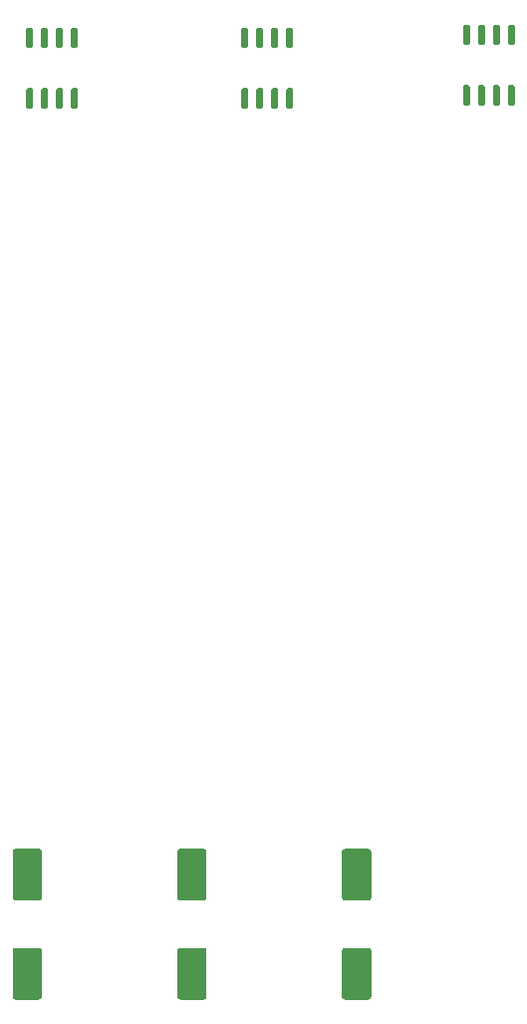
<source format=gbr>
%TF.GenerationSoftware,KiCad,Pcbnew,(5.1.9)-1*%
%TF.CreationDate,2021-04-29T12:36:39-05:00*%
%TF.ProjectId,controller_bldc,636f6e74-726f-46c6-9c65-725f626c6463,rev?*%
%TF.SameCoordinates,Original*%
%TF.FileFunction,Paste,Top*%
%TF.FilePolarity,Positive*%
%FSLAX46Y46*%
G04 Gerber Fmt 4.6, Leading zero omitted, Abs format (unit mm)*
G04 Created by KiCad (PCBNEW (5.1.9)-1) date 2021-04-29 12:36:39*
%MOMM*%
%LPD*%
G01*
G04 APERTURE LIST*
G04 APERTURE END LIST*
%TO.C,U4*%
G36*
G01*
X84999500Y-13404200D02*
X85299500Y-13404200D01*
G75*
G02*
X85449500Y-13554200I0J-150000D01*
G01*
X85449500Y-15004200D01*
G75*
G02*
X85299500Y-15154200I-150000J0D01*
G01*
X84999500Y-15154200D01*
G75*
G02*
X84849500Y-15004200I0J150000D01*
G01*
X84849500Y-13554200D01*
G75*
G02*
X84999500Y-13404200I150000J0D01*
G01*
G37*
G36*
G01*
X83729500Y-13404200D02*
X84029500Y-13404200D01*
G75*
G02*
X84179500Y-13554200I0J-150000D01*
G01*
X84179500Y-15004200D01*
G75*
G02*
X84029500Y-15154200I-150000J0D01*
G01*
X83729500Y-15154200D01*
G75*
G02*
X83579500Y-15004200I0J150000D01*
G01*
X83579500Y-13554200D01*
G75*
G02*
X83729500Y-13404200I150000J0D01*
G01*
G37*
G36*
G01*
X82459500Y-13404200D02*
X82759500Y-13404200D01*
G75*
G02*
X82909500Y-13554200I0J-150000D01*
G01*
X82909500Y-15004200D01*
G75*
G02*
X82759500Y-15154200I-150000J0D01*
G01*
X82459500Y-15154200D01*
G75*
G02*
X82309500Y-15004200I0J150000D01*
G01*
X82309500Y-13554200D01*
G75*
G02*
X82459500Y-13404200I150000J0D01*
G01*
G37*
G36*
G01*
X81189500Y-13404200D02*
X81489500Y-13404200D01*
G75*
G02*
X81639500Y-13554200I0J-150000D01*
G01*
X81639500Y-15004200D01*
G75*
G02*
X81489500Y-15154200I-150000J0D01*
G01*
X81189500Y-15154200D01*
G75*
G02*
X81039500Y-15004200I0J150000D01*
G01*
X81039500Y-13554200D01*
G75*
G02*
X81189500Y-13404200I150000J0D01*
G01*
G37*
G36*
G01*
X81189500Y-8254200D02*
X81489500Y-8254200D01*
G75*
G02*
X81639500Y-8404200I0J-150000D01*
G01*
X81639500Y-9854200D01*
G75*
G02*
X81489500Y-10004200I-150000J0D01*
G01*
X81189500Y-10004200D01*
G75*
G02*
X81039500Y-9854200I0J150000D01*
G01*
X81039500Y-8404200D01*
G75*
G02*
X81189500Y-8254200I150000J0D01*
G01*
G37*
G36*
G01*
X82459500Y-8254200D02*
X82759500Y-8254200D01*
G75*
G02*
X82909500Y-8404200I0J-150000D01*
G01*
X82909500Y-9854200D01*
G75*
G02*
X82759500Y-10004200I-150000J0D01*
G01*
X82459500Y-10004200D01*
G75*
G02*
X82309500Y-9854200I0J150000D01*
G01*
X82309500Y-8404200D01*
G75*
G02*
X82459500Y-8254200I150000J0D01*
G01*
G37*
G36*
G01*
X83729500Y-8254200D02*
X84029500Y-8254200D01*
G75*
G02*
X84179500Y-8404200I0J-150000D01*
G01*
X84179500Y-9854200D01*
G75*
G02*
X84029500Y-10004200I-150000J0D01*
G01*
X83729500Y-10004200D01*
G75*
G02*
X83579500Y-9854200I0J150000D01*
G01*
X83579500Y-8404200D01*
G75*
G02*
X83729500Y-8254200I150000J0D01*
G01*
G37*
G36*
G01*
X84999500Y-8254200D02*
X85299500Y-8254200D01*
G75*
G02*
X85449500Y-8404200I0J-150000D01*
G01*
X85449500Y-9854200D01*
G75*
G02*
X85299500Y-10004200I-150000J0D01*
G01*
X84999500Y-10004200D01*
G75*
G02*
X84849500Y-9854200I0J150000D01*
G01*
X84849500Y-8404200D01*
G75*
G02*
X84999500Y-8254200I150000J0D01*
G01*
G37*
%TD*%
%TO.C,U8*%
G36*
G01*
X47876500Y-8508200D02*
X48176500Y-8508200D01*
G75*
G02*
X48326500Y-8658200I0J-150000D01*
G01*
X48326500Y-10108200D01*
G75*
G02*
X48176500Y-10258200I-150000J0D01*
G01*
X47876500Y-10258200D01*
G75*
G02*
X47726500Y-10108200I0J150000D01*
G01*
X47726500Y-8658200D01*
G75*
G02*
X47876500Y-8508200I150000J0D01*
G01*
G37*
G36*
G01*
X46606500Y-8508200D02*
X46906500Y-8508200D01*
G75*
G02*
X47056500Y-8658200I0J-150000D01*
G01*
X47056500Y-10108200D01*
G75*
G02*
X46906500Y-10258200I-150000J0D01*
G01*
X46606500Y-10258200D01*
G75*
G02*
X46456500Y-10108200I0J150000D01*
G01*
X46456500Y-8658200D01*
G75*
G02*
X46606500Y-8508200I150000J0D01*
G01*
G37*
G36*
G01*
X45336500Y-8508200D02*
X45636500Y-8508200D01*
G75*
G02*
X45786500Y-8658200I0J-150000D01*
G01*
X45786500Y-10108200D01*
G75*
G02*
X45636500Y-10258200I-150000J0D01*
G01*
X45336500Y-10258200D01*
G75*
G02*
X45186500Y-10108200I0J150000D01*
G01*
X45186500Y-8658200D01*
G75*
G02*
X45336500Y-8508200I150000J0D01*
G01*
G37*
G36*
G01*
X44066500Y-8508200D02*
X44366500Y-8508200D01*
G75*
G02*
X44516500Y-8658200I0J-150000D01*
G01*
X44516500Y-10108200D01*
G75*
G02*
X44366500Y-10258200I-150000J0D01*
G01*
X44066500Y-10258200D01*
G75*
G02*
X43916500Y-10108200I0J150000D01*
G01*
X43916500Y-8658200D01*
G75*
G02*
X44066500Y-8508200I150000J0D01*
G01*
G37*
G36*
G01*
X44066500Y-13658200D02*
X44366500Y-13658200D01*
G75*
G02*
X44516500Y-13808200I0J-150000D01*
G01*
X44516500Y-15258200D01*
G75*
G02*
X44366500Y-15408200I-150000J0D01*
G01*
X44066500Y-15408200D01*
G75*
G02*
X43916500Y-15258200I0J150000D01*
G01*
X43916500Y-13808200D01*
G75*
G02*
X44066500Y-13658200I150000J0D01*
G01*
G37*
G36*
G01*
X45336500Y-13658200D02*
X45636500Y-13658200D01*
G75*
G02*
X45786500Y-13808200I0J-150000D01*
G01*
X45786500Y-15258200D01*
G75*
G02*
X45636500Y-15408200I-150000J0D01*
G01*
X45336500Y-15408200D01*
G75*
G02*
X45186500Y-15258200I0J150000D01*
G01*
X45186500Y-13808200D01*
G75*
G02*
X45336500Y-13658200I150000J0D01*
G01*
G37*
G36*
G01*
X46606500Y-13658200D02*
X46906500Y-13658200D01*
G75*
G02*
X47056500Y-13808200I0J-150000D01*
G01*
X47056500Y-15258200D01*
G75*
G02*
X46906500Y-15408200I-150000J0D01*
G01*
X46606500Y-15408200D01*
G75*
G02*
X46456500Y-15258200I0J150000D01*
G01*
X46456500Y-13808200D01*
G75*
G02*
X46606500Y-13658200I150000J0D01*
G01*
G37*
G36*
G01*
X47876500Y-13658200D02*
X48176500Y-13658200D01*
G75*
G02*
X48326500Y-13808200I0J-150000D01*
G01*
X48326500Y-15258200D01*
G75*
G02*
X48176500Y-15408200I-150000J0D01*
G01*
X47876500Y-15408200D01*
G75*
G02*
X47726500Y-15258200I0J150000D01*
G01*
X47726500Y-13808200D01*
G75*
G02*
X47876500Y-13658200I150000J0D01*
G01*
G37*
%TD*%
%TO.C,U9*%
G36*
G01*
X66164500Y-8508200D02*
X66464500Y-8508200D01*
G75*
G02*
X66614500Y-8658200I0J-150000D01*
G01*
X66614500Y-10108200D01*
G75*
G02*
X66464500Y-10258200I-150000J0D01*
G01*
X66164500Y-10258200D01*
G75*
G02*
X66014500Y-10108200I0J150000D01*
G01*
X66014500Y-8658200D01*
G75*
G02*
X66164500Y-8508200I150000J0D01*
G01*
G37*
G36*
G01*
X64894500Y-8508200D02*
X65194500Y-8508200D01*
G75*
G02*
X65344500Y-8658200I0J-150000D01*
G01*
X65344500Y-10108200D01*
G75*
G02*
X65194500Y-10258200I-150000J0D01*
G01*
X64894500Y-10258200D01*
G75*
G02*
X64744500Y-10108200I0J150000D01*
G01*
X64744500Y-8658200D01*
G75*
G02*
X64894500Y-8508200I150000J0D01*
G01*
G37*
G36*
G01*
X63624500Y-8508200D02*
X63924500Y-8508200D01*
G75*
G02*
X64074500Y-8658200I0J-150000D01*
G01*
X64074500Y-10108200D01*
G75*
G02*
X63924500Y-10258200I-150000J0D01*
G01*
X63624500Y-10258200D01*
G75*
G02*
X63474500Y-10108200I0J150000D01*
G01*
X63474500Y-8658200D01*
G75*
G02*
X63624500Y-8508200I150000J0D01*
G01*
G37*
G36*
G01*
X62354500Y-8508200D02*
X62654500Y-8508200D01*
G75*
G02*
X62804500Y-8658200I0J-150000D01*
G01*
X62804500Y-10108200D01*
G75*
G02*
X62654500Y-10258200I-150000J0D01*
G01*
X62354500Y-10258200D01*
G75*
G02*
X62204500Y-10108200I0J150000D01*
G01*
X62204500Y-8658200D01*
G75*
G02*
X62354500Y-8508200I150000J0D01*
G01*
G37*
G36*
G01*
X62354500Y-13658200D02*
X62654500Y-13658200D01*
G75*
G02*
X62804500Y-13808200I0J-150000D01*
G01*
X62804500Y-15258200D01*
G75*
G02*
X62654500Y-15408200I-150000J0D01*
G01*
X62354500Y-15408200D01*
G75*
G02*
X62204500Y-15258200I0J150000D01*
G01*
X62204500Y-13808200D01*
G75*
G02*
X62354500Y-13658200I150000J0D01*
G01*
G37*
G36*
G01*
X63624500Y-13658200D02*
X63924500Y-13658200D01*
G75*
G02*
X64074500Y-13808200I0J-150000D01*
G01*
X64074500Y-15258200D01*
G75*
G02*
X63924500Y-15408200I-150000J0D01*
G01*
X63624500Y-15408200D01*
G75*
G02*
X63474500Y-15258200I0J150000D01*
G01*
X63474500Y-13808200D01*
G75*
G02*
X63624500Y-13658200I150000J0D01*
G01*
G37*
G36*
G01*
X64894500Y-13658200D02*
X65194500Y-13658200D01*
G75*
G02*
X65344500Y-13808200I0J-150000D01*
G01*
X65344500Y-15258200D01*
G75*
G02*
X65194500Y-15408200I-150000J0D01*
G01*
X64894500Y-15408200D01*
G75*
G02*
X64744500Y-15258200I0J150000D01*
G01*
X64744500Y-13808200D01*
G75*
G02*
X64894500Y-13658200I150000J0D01*
G01*
G37*
G36*
G01*
X66164500Y-13658200D02*
X66464500Y-13658200D01*
G75*
G02*
X66614500Y-13808200I0J-150000D01*
G01*
X66614500Y-15258200D01*
G75*
G02*
X66464500Y-15408200I-150000J0D01*
G01*
X66164500Y-15408200D01*
G75*
G02*
X66014500Y-15258200I0J150000D01*
G01*
X66014500Y-13808200D01*
G75*
G02*
X66164500Y-13658200I150000J0D01*
G01*
G37*
%TD*%
%TO.C,C10*%
G36*
G01*
X43011700Y-78250400D02*
X45011700Y-78250400D01*
G75*
G02*
X45261700Y-78500400I0J-250000D01*
G01*
X45261700Y-82400400D01*
G75*
G02*
X45011700Y-82650400I-250000J0D01*
G01*
X43011700Y-82650400D01*
G75*
G02*
X42761700Y-82400400I0J250000D01*
G01*
X42761700Y-78500400D01*
G75*
G02*
X43011700Y-78250400I250000J0D01*
G01*
G37*
G36*
G01*
X43011700Y-86650400D02*
X45011700Y-86650400D01*
G75*
G02*
X45261700Y-86900400I0J-250000D01*
G01*
X45261700Y-90800400D01*
G75*
G02*
X45011700Y-91050400I-250000J0D01*
G01*
X43011700Y-91050400D01*
G75*
G02*
X42761700Y-90800400I0J250000D01*
G01*
X42761700Y-86900400D01*
G75*
G02*
X43011700Y-86650400I250000J0D01*
G01*
G37*
%TD*%
%TO.C,C11*%
G36*
G01*
X57001700Y-86650400D02*
X59001700Y-86650400D01*
G75*
G02*
X59251700Y-86900400I0J-250000D01*
G01*
X59251700Y-90800400D01*
G75*
G02*
X59001700Y-91050400I-250000J0D01*
G01*
X57001700Y-91050400D01*
G75*
G02*
X56751700Y-90800400I0J250000D01*
G01*
X56751700Y-86900400D01*
G75*
G02*
X57001700Y-86650400I250000J0D01*
G01*
G37*
G36*
G01*
X57001700Y-78250400D02*
X59001700Y-78250400D01*
G75*
G02*
X59251700Y-78500400I0J-250000D01*
G01*
X59251700Y-82400400D01*
G75*
G02*
X59001700Y-82650400I-250000J0D01*
G01*
X57001700Y-82650400D01*
G75*
G02*
X56751700Y-82400400I0J250000D01*
G01*
X56751700Y-78500400D01*
G75*
G02*
X57001700Y-78250400I250000J0D01*
G01*
G37*
%TD*%
%TO.C,C12*%
G36*
G01*
X70991700Y-78250400D02*
X72991700Y-78250400D01*
G75*
G02*
X73241700Y-78500400I0J-250000D01*
G01*
X73241700Y-82400400D01*
G75*
G02*
X72991700Y-82650400I-250000J0D01*
G01*
X70991700Y-82650400D01*
G75*
G02*
X70741700Y-82400400I0J250000D01*
G01*
X70741700Y-78500400D01*
G75*
G02*
X70991700Y-78250400I250000J0D01*
G01*
G37*
G36*
G01*
X70991700Y-86650400D02*
X72991700Y-86650400D01*
G75*
G02*
X73241700Y-86900400I0J-250000D01*
G01*
X73241700Y-90800400D01*
G75*
G02*
X72991700Y-91050400I-250000J0D01*
G01*
X70991700Y-91050400D01*
G75*
G02*
X70741700Y-90800400I0J250000D01*
G01*
X70741700Y-86900400D01*
G75*
G02*
X70991700Y-86650400I250000J0D01*
G01*
G37*
%TD*%
M02*

</source>
